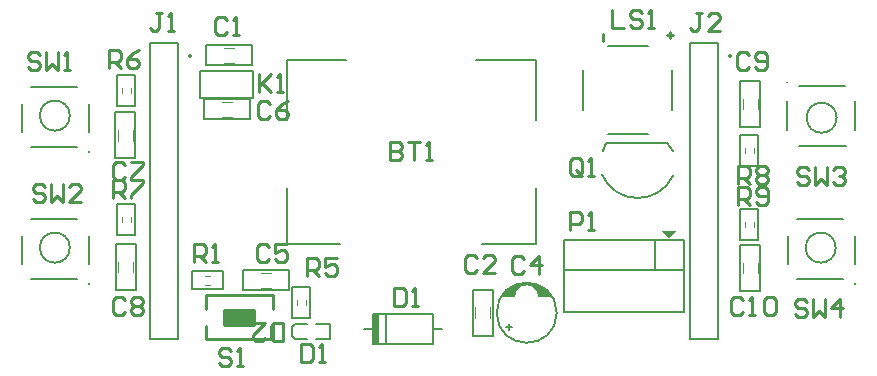
<source format=gto>
G04*
G04 #@! TF.GenerationSoftware,Altium Limited,Altium Designer,23.2.1 (34)*
G04*
G04 Layer_Color=65535*
%FSLAX44Y44*%
%MOMM*%
G71*
G04*
G04 #@! TF.SameCoordinates,6051E094-9B17-4579-A263-E95DDA6BD904*
G04*
G04*
G04 #@! TF.FilePolarity,Positive*
G04*
G01*
G75*
%ADD10C,0.1524*%
%ADD11C,0.1778*%
%ADD12C,0.2000*%
%ADD13C,0.1016*%
%ADD14C,0.1270*%
%ADD15C,0.1000*%
%ADD16C,0.2540*%
%ADD17R,0.5080X2.5400*%
%ADD18R,2.5400X1.2700*%
G36*
X742696Y360045D02*
X754380D01*
X754888Y363093D01*
X755904Y365633D01*
X757174Y367411D01*
X759206Y368681D01*
X761492Y369443D01*
X764032Y369697D01*
X766572Y369443D01*
X768350Y368681D01*
X770128Y367411D01*
X771906Y365887D01*
X772922Y364363D01*
X773684Y361823D01*
Y360045D01*
X785622D01*
X783844Y362077D01*
X781558Y365125D01*
X779018Y367157D01*
X775208Y369443D01*
X768858Y371221D01*
X761746Y371729D01*
X753872Y369951D01*
X748792Y366903D01*
X743966Y362585D01*
X742696Y360045D01*
D02*
G37*
G36*
X884174Y409448D02*
X890524Y415798D01*
X877824D01*
X884174Y409448D01*
D02*
G37*
D10*
X377190Y513334D02*
G03*
X377190Y513334I-12700J0D01*
G01*
Y401574D02*
G03*
X377190Y401574I-12700J0D01*
G01*
X1025652D02*
G03*
X1025652Y401574I-12700J0D01*
G01*
X1026414Y511556D02*
G03*
X1026414Y511556I-12700J0D01*
G01*
X336550Y499364D02*
Y523494D01*
X344424Y486664D02*
X383540D01*
X393700Y499364D02*
Y523494D01*
X344170Y537464D02*
X383540D01*
X344170Y425704D02*
X383540D01*
X393700Y387604D02*
Y411734D01*
X344424Y374904D02*
X383540D01*
X336550Y387604D02*
Y411734D01*
X985012Y387604D02*
Y411734D01*
X992886Y374904D02*
X1032002D01*
X1042162Y387604D02*
Y411734D01*
X992632Y425704D02*
X1032002D01*
X994664Y487426D02*
X1034034D01*
X984504Y501396D02*
Y525526D01*
X994664Y538226D02*
X1033780D01*
X1041654Y501396D02*
Y525526D01*
D11*
X827801Y463303D02*
G03*
X887863Y462480I30219J13309D01*
G01*
X789432Y346477D02*
G03*
X789432Y346477I-25400J0D01*
G01*
X634238Y332613D02*
Y345313D01*
X685038D01*
Y319913D02*
Y345313D01*
X634238Y319913D02*
X685038D01*
X634238D02*
Y332613D01*
X685038D02*
X692658D01*
X626618D02*
X634238D01*
X644652Y319913D02*
Y344551D01*
X634238Y332613D02*
Y337947D01*
Y328549D02*
Y332613D01*
X393446Y482854D02*
X393700Y483108D01*
X393446Y371094D02*
X393700Y371348D01*
X1041908Y371094D02*
X1042162Y371348D01*
X795274Y346964D02*
Y382524D01*
Y346964D02*
X896874D01*
Y382524D01*
X795274Y407924D02*
X896874D01*
Y382524D02*
Y407924D01*
X795274Y382524D02*
X896874D01*
X795274D02*
Y407924D01*
X872744Y382778D02*
Y407924D01*
X831596Y489966D02*
X883158D01*
X828294Y483362D02*
X831596Y489966D01*
X883158D02*
X887562Y483676D01*
X984504Y541782D02*
X984758Y542036D01*
X748792Y332105D02*
Y337185D01*
X746252Y334645D02*
X751332D01*
D12*
X479900Y563880D02*
G03*
X479900Y563880I-1000J0D01*
G01*
X937100D02*
G03*
X937100Y563880I-1000J0D01*
G01*
D13*
X507492Y558292D02*
X516128D01*
X507492Y570992D02*
X516128D01*
X959612Y519176D02*
Y527812D01*
X946912Y519176D02*
Y527812D01*
X505968Y512572D02*
X514604D01*
X505968Y525272D02*
X514604D01*
X430530Y492252D02*
Y500888D01*
X417830Y492252D02*
Y500888D01*
X946912Y380238D02*
Y388874D01*
X959612Y380238D02*
Y388874D01*
X538988Y380492D02*
X547624D01*
X538988Y367792D02*
X547624D01*
X720217Y342392D02*
Y351028D01*
X732917Y342392D02*
Y351028D01*
X418338Y381000D02*
Y389636D01*
X431038Y381000D02*
Y389636D01*
D14*
X492506Y573278D02*
X531368D01*
X492506Y556260D02*
Y573278D01*
Y556260D02*
X531368D01*
Y573278D01*
X560796Y509268D02*
Y560068D01*
X611296D01*
X721296D02*
X771796D01*
Y509268D02*
Y560068D01*
X560796Y405068D02*
Y451868D01*
Y405068D02*
X606296D01*
X726296D02*
X771796D01*
Y451868D01*
X487733Y528627D02*
X532437D01*
X487733Y550725D02*
X532437D01*
Y528627D02*
Y550725D01*
X487733Y528627D02*
Y550725D01*
X944880Y503936D02*
X961898D01*
X944880D02*
Y542798D01*
X961898D01*
Y503936D02*
Y542798D01*
X887130Y518178D02*
Y552178D01*
X812130Y518178D02*
Y552178D01*
X832630Y497678D02*
X866630D01*
X832630Y572678D02*
X866630D01*
X490982Y527558D02*
X529844D01*
X490982Y510540D02*
Y527558D01*
Y510540D02*
X529844D01*
Y527558D01*
X415544Y477266D02*
Y516128D01*
Y477266D02*
X432562D01*
Y516128D01*
X415544D02*
X432562D01*
X445500Y574550D02*
X468900D01*
Y324610D02*
Y574550D01*
X445500Y324610D02*
X468900D01*
X445500D02*
Y574550D01*
X944626Y404114D02*
X961644D01*
Y365252D02*
Y404114D01*
X944626Y365252D02*
X961644D01*
X944626D02*
Y404114D01*
X960120Y407812D02*
Y434482D01*
X944880Y407812D02*
X960120D01*
X944880D02*
Y434482D01*
X960120D01*
X944880Y470408D02*
Y497078D01*
X960120D01*
Y470408D02*
Y497078D01*
X944880Y470408D02*
X960120D01*
X562864Y365760D02*
Y382778D01*
X524002Y365760D02*
X562864D01*
X524002D02*
Y382778D01*
X562864D01*
X735203Y327152D02*
Y366014D01*
X718185D02*
X735203D01*
X718185Y327152D02*
Y366014D01*
Y327152D02*
X735203D01*
X416052Y404876D02*
X433070D01*
Y366014D02*
Y404876D01*
X416052Y366014D02*
X433070D01*
X416052D02*
Y404876D01*
X432562Y412242D02*
Y438912D01*
X417322Y412242D02*
X432562D01*
X417322D02*
Y438912D01*
X432562D01*
Y521208D02*
Y547878D01*
X417322Y521208D02*
X432562D01*
X417322D02*
Y547878D01*
X432562D01*
X902700Y324610D02*
Y574550D01*
Y324610D02*
X926100D01*
Y574550D01*
X902700D02*
X926100D01*
X507238Y366268D02*
Y381508D01*
X480568D02*
X507238D01*
X480568Y366268D02*
Y381508D01*
Y366268D02*
X507238D01*
X565658Y341712D02*
X580898D01*
Y368382D01*
X565658D02*
X580898D01*
X565658Y341712D02*
Y368382D01*
X585852Y336804D02*
X597282D01*
X568072D02*
X578232D01*
X585852Y324104D02*
X597282D01*
X568072D02*
X578232D01*
X565532Y326644D02*
Y334264D01*
Y326644D02*
X568072Y324104D01*
X565532Y334264D02*
X568072Y336804D01*
X597282Y324104D02*
Y336804D01*
D15*
X948690Y419242D02*
Y423052D01*
X956310Y419242D02*
Y423052D01*
Y481838D02*
Y485648D01*
X948690Y481838D02*
Y485648D01*
X421132Y423672D02*
Y427482D01*
X428752Y423672D02*
Y427482D01*
X421132Y532638D02*
Y536448D01*
X428752Y532638D02*
Y536448D01*
X491998Y370078D02*
X495808D01*
X491998Y377698D02*
X495808D01*
X569468Y353142D02*
Y356952D01*
X577088Y353142D02*
Y356952D01*
D16*
X548894Y324104D02*
Y335534D01*
Y349758D02*
Y361188D01*
X492506D02*
X548894D01*
X492506Y324104D02*
X548894D01*
X508000Y336296D02*
X533400D01*
X508000D02*
Y348996D01*
X533400D01*
Y336296D02*
Y348996D01*
X492506Y324104D02*
Y335534D01*
Y349758D02*
Y361188D01*
X828293Y582328D02*
Y576911D01*
X885443Y584328D02*
Y578911D01*
X888151Y581619D02*
X882734D01*
X573278Y319908D02*
Y304673D01*
X580896D01*
X583435Y307212D01*
Y317369D01*
X580896Y319908D01*
X573278D01*
X588513Y304673D02*
X593591D01*
X591052D01*
Y319908D01*
X588513Y317369D01*
X651640Y367155D02*
Y351920D01*
X659258D01*
X661797Y354459D01*
Y364615D01*
X659258Y367155D01*
X651640D01*
X666875Y351920D02*
X671954D01*
X669415D01*
Y367155D01*
X666875Y364615D01*
X811094Y464704D02*
Y474860D01*
X808555Y477400D01*
X803476D01*
X800937Y474860D01*
Y464704D01*
X803476Y462164D01*
X808555D01*
X806016Y467243D02*
X811094Y462164D01*
X808555D02*
X811094Y464704D01*
X816172Y462164D02*
X821251D01*
X818712D01*
Y477400D01*
X816172Y474860D01*
X510413Y594231D02*
X507874Y596771D01*
X502795D01*
X500256Y594231D01*
Y584075D01*
X502795Y581535D01*
X507874D01*
X510413Y584075D01*
X515491Y581535D02*
X520570D01*
X518031D01*
Y596771D01*
X515491Y594231D01*
X514096Y314450D02*
X511557Y316989D01*
X506479D01*
X503939Y314450D01*
Y311911D01*
X506479Y309372D01*
X511557D01*
X514096Y306833D01*
Y304294D01*
X511557Y301754D01*
X506479D01*
X503939Y304294D01*
X519174Y301754D02*
X524253D01*
X521714D01*
Y316989D01*
X519174Y314450D01*
X1001017Y355471D02*
X998478Y358010D01*
X993400D01*
X990861Y355471D01*
Y352932D01*
X993400Y350393D01*
X998478D01*
X1001017Y347854D01*
Y345315D01*
X998478Y342775D01*
X993400D01*
X990861Y345315D01*
X1006096Y358010D02*
Y342775D01*
X1011174Y347854D01*
X1016252Y342775D01*
Y358010D01*
X1028948Y342775D02*
Y358010D01*
X1021331Y350393D01*
X1031487D01*
X1003303Y467358D02*
X1000764Y469897D01*
X995686D01*
X993147Y467358D01*
Y464819D01*
X995686Y462280D01*
X1000764D01*
X1003303Y459741D01*
Y457202D01*
X1000764Y454663D01*
X995686D01*
X993147Y457202D01*
X1008382Y469897D02*
Y454663D01*
X1013460Y459741D01*
X1018538Y454663D01*
Y469897D01*
X1023617Y467358D02*
X1026156Y469897D01*
X1031234D01*
X1033773Y467358D01*
Y464819D01*
X1031234Y462280D01*
X1028695D01*
X1031234D01*
X1033773Y459741D01*
Y457202D01*
X1031234Y454663D01*
X1026156D01*
X1023617Y457202D01*
X356619Y453007D02*
X354080Y455546D01*
X349002D01*
X346463Y453007D01*
Y450468D01*
X349002Y447929D01*
X354080D01*
X356619Y445390D01*
Y442851D01*
X354080Y440312D01*
X349002D01*
X346463Y442851D01*
X361698Y455546D02*
Y440312D01*
X366776Y445390D01*
X371854Y440312D01*
Y455546D01*
X387089Y440312D02*
X376933D01*
X387089Y450468D01*
Y453007D01*
X384550Y455546D01*
X379472D01*
X376933Y453007D01*
X351665Y564386D02*
X349126Y566926D01*
X344048D01*
X341509Y564386D01*
Y561847D01*
X344048Y559308D01*
X349126D01*
X351665Y556769D01*
Y554230D01*
X349126Y551690D01*
X344048D01*
X341509Y554230D01*
X356744Y566926D02*
Y551690D01*
X361822Y556769D01*
X366901Y551690D01*
Y566926D01*
X371979Y551690D02*
X377057D01*
X374518D01*
Y566926D01*
X371979Y564386D01*
X537213Y548383D02*
Y533148D01*
Y538227D01*
X547370Y548383D01*
X539753Y540766D01*
X547370Y533148D01*
X552448D02*
X557527D01*
X554988D01*
Y548383D01*
X552448Y545844D01*
X546355Y523238D02*
X543816Y525778D01*
X538737D01*
X536198Y523238D01*
Y513082D01*
X538737Y510542D01*
X543816D01*
X546355Y513082D01*
X561590Y525778D02*
X556511Y523238D01*
X551433Y518160D01*
Y513082D01*
X553972Y510542D01*
X559051D01*
X561590Y513082D01*
Y515621D01*
X559051Y518160D01*
X551433D01*
X761747Y392047D02*
X759208Y394586D01*
X754129D01*
X751590Y392047D01*
Y381891D01*
X754129Y379352D01*
X759208D01*
X761747Y381891D01*
X774443Y379352D02*
Y394586D01*
X766825Y386969D01*
X776982D01*
X722377Y392936D02*
X719838Y395476D01*
X714759D01*
X712220Y392936D01*
Y382780D01*
X714759Y380241D01*
X719838D01*
X722377Y382780D01*
X737612Y380241D02*
X727455D01*
X737612Y390397D01*
Y392936D01*
X735073Y395476D01*
X729994D01*
X727455Y392936D01*
X648214Y490979D02*
Y475745D01*
X655831D01*
X658371Y478284D01*
Y480823D01*
X655831Y483362D01*
X648214D01*
X655831D01*
X658371Y485901D01*
Y488440D01*
X655831Y490979D01*
X648214D01*
X663449D02*
X673606D01*
X668527D01*
Y475745D01*
X678684D02*
X683762D01*
X681223D01*
Y490979D01*
X678684Y488440D01*
X836301Y602486D02*
Y587251D01*
X846458D01*
X861693Y599946D02*
X859153Y602486D01*
X854075D01*
X851536Y599946D01*
Y597407D01*
X854075Y594868D01*
X859153D01*
X861693Y592329D01*
Y589790D01*
X859153Y587251D01*
X854075D01*
X851536Y589790D01*
X866771Y587251D02*
X871849D01*
X869310D01*
Y602486D01*
X866771Y599946D01*
X455419Y600197D02*
X450340D01*
X452879D01*
Y587501D01*
X450340Y584962D01*
X447801D01*
X445262Y587501D01*
X460497Y584962D02*
X465575D01*
X463036D01*
Y600197D01*
X460497Y597658D01*
X943360Y437391D02*
Y452626D01*
X950978D01*
X953517Y450086D01*
Y445008D01*
X950978Y442469D01*
X943360D01*
X948438D02*
X953517Y437391D01*
X958595Y439930D02*
X961134Y437391D01*
X966213D01*
X968752Y439930D01*
Y450086D01*
X966213Y452626D01*
X961134D01*
X958595Y450086D01*
Y447547D01*
X961134Y445008D01*
X968752D01*
X943360Y455424D02*
Y470659D01*
X950978D01*
X953517Y468120D01*
Y463042D01*
X950978Y460503D01*
X943360D01*
X948438D02*
X953517Y455424D01*
X958595Y468120D02*
X961134Y470659D01*
X966213D01*
X968752Y468120D01*
Y465581D01*
X966213Y463042D01*
X968752Y460503D01*
Y457964D01*
X966213Y455424D01*
X961134D01*
X958595Y457964D01*
Y460503D01*
X961134Y463042D01*
X958595Y465581D01*
Y468120D01*
X961134Y463042D02*
X966213D01*
X413770Y443599D02*
Y458834D01*
X421388D01*
X423927Y456294D01*
Y451216D01*
X421388Y448677D01*
X413770D01*
X418848D02*
X423927Y443599D01*
X429005Y458834D02*
X439162D01*
Y456294D01*
X429005Y446138D01*
Y443599D01*
X410468Y553596D02*
Y568830D01*
X418086D01*
X420625Y566291D01*
Y561213D01*
X418086Y558674D01*
X410468D01*
X415546D02*
X420625Y553596D01*
X435860Y568830D02*
X430782Y566291D01*
X425703Y561213D01*
Y556135D01*
X428242Y553596D01*
X433321D01*
X435860Y556135D01*
Y558674D01*
X433321Y561213D01*
X425703D01*
X482600Y389636D02*
Y404871D01*
X490218D01*
X492757Y402332D01*
Y397253D01*
X490218Y394714D01*
X482600D01*
X487678D02*
X492757Y389636D01*
X497835D02*
X502913D01*
X500374D01*
Y404871D01*
X497835Y402332D01*
X577727Y377954D02*
Y393190D01*
X585345D01*
X587884Y390650D01*
Y385572D01*
X585345Y383033D01*
X577727D01*
X582805D02*
X587884Y377954D01*
X603119Y393190D02*
X592962D01*
Y385572D01*
X598041Y388111D01*
X600580D01*
X603119Y385572D01*
Y380494D01*
X600580Y377954D01*
X595501D01*
X592962Y380494D01*
X800484Y416436D02*
Y431670D01*
X808102D01*
X810641Y429131D01*
Y424053D01*
X808102Y421514D01*
X800484D01*
X815719Y416436D02*
X820798D01*
X818259D01*
Y431670D01*
X815719Y429131D01*
X912619Y600197D02*
X907540D01*
X910079D01*
Y587501D01*
X907540Y584962D01*
X905001D01*
X902462Y587501D01*
X927854Y584962D02*
X917697D01*
X927854Y595119D01*
Y597658D01*
X925315Y600197D01*
X920236D01*
X917697Y597658D01*
X557400Y322836D02*
Y338072D01*
X549782D01*
X547243Y335532D01*
Y325376D01*
X549782Y322836D01*
X557400D01*
X532008Y338072D02*
X542165D01*
X532008Y327915D01*
Y325376D01*
X534547Y322836D01*
X539626D01*
X542165Y325376D01*
X947169Y357630D02*
X944630Y360169D01*
X939551D01*
X937012Y357630D01*
Y347474D01*
X939551Y344935D01*
X944630D01*
X947169Y347474D01*
X952247Y344935D02*
X957326D01*
X954786D01*
Y360169D01*
X952247Y357630D01*
X964943D02*
X967482Y360169D01*
X972561D01*
X975100Y357630D01*
Y347474D01*
X972561Y344935D01*
X967482D01*
X964943Y347474D01*
Y357630D01*
X951993Y564767D02*
X949454Y567307D01*
X944375D01*
X941836Y564767D01*
Y554611D01*
X944375Y552071D01*
X949454D01*
X951993Y554611D01*
X957071D02*
X959610Y552071D01*
X964689D01*
X967228Y554611D01*
Y564767D01*
X964689Y567307D01*
X959610D01*
X957071Y564767D01*
Y562228D01*
X959610Y559689D01*
X967228D01*
X424181Y357122D02*
X421642Y359661D01*
X416563D01*
X414024Y357122D01*
Y346966D01*
X416563Y344426D01*
X421642D01*
X424181Y346966D01*
X429259Y357122D02*
X431798Y359661D01*
X436877D01*
X439416Y357122D01*
Y354583D01*
X436877Y352044D01*
X439416Y349505D01*
Y346966D01*
X436877Y344426D01*
X431798D01*
X429259Y346966D01*
Y349505D01*
X431798Y352044D01*
X429259Y354583D01*
Y357122D01*
X431798Y352044D02*
X436877D01*
X423927Y471803D02*
X421388Y474342D01*
X416309D01*
X413770Y471803D01*
Y461647D01*
X416309Y459108D01*
X421388D01*
X423927Y461647D01*
X429005Y474342D02*
X439162D01*
Y471803D01*
X429005Y461647D01*
Y459108D01*
X545974Y401953D02*
X543435Y404492D01*
X538356D01*
X535817Y401953D01*
Y391797D01*
X538356Y389258D01*
X543435D01*
X545974Y391797D01*
X561209Y404492D02*
X551052D01*
Y396875D01*
X556130Y399414D01*
X558670D01*
X561209Y396875D01*
Y391797D01*
X558670Y389258D01*
X553591D01*
X551052Y391797D01*
D17*
X636778Y332613D02*
D03*
D18*
X520700Y342646D02*
D03*
M02*

</source>
